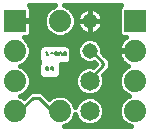
<source format=gbl>
G75*
%MOIN*%
%OFA0B0*%
%FSLAX25Y25*%
%IPPOS*%
%LPD*%
%AMOC8*
5,1,8,0,0,1.08239X$1,22.5*
%
%ADD10C,0.00500*%
%ADD11C,0.06500*%
%ADD12C,0.05150*%
%ADD13R,0.07400X0.07400*%
%ADD14C,0.07400*%
%ADD15C,0.01600*%
%ADD16C,0.01000*%
D10*
X0022289Y0025633D02*
X0022473Y0025450D01*
X0023023Y0025450D01*
X0023023Y0026551D01*
X0022473Y0026551D01*
X0022289Y0026367D01*
X0022289Y0025633D01*
X0023763Y0026000D02*
X0023763Y0026367D01*
X0023946Y0026551D01*
X0024497Y0026551D01*
X0024497Y0025450D01*
X0024497Y0025817D02*
X0023946Y0025817D01*
X0023763Y0026000D01*
X0022840Y0030450D02*
X0022656Y0030450D01*
X0022473Y0030633D01*
X0022473Y0031551D01*
X0022656Y0031551D02*
X0022289Y0031551D01*
X0023023Y0030633D02*
X0022840Y0030450D01*
X0023763Y0031000D02*
X0024497Y0031000D01*
X0025236Y0030817D02*
X0025236Y0030633D01*
X0025419Y0030450D01*
X0025786Y0030450D01*
X0025970Y0030633D01*
X0025786Y0031000D02*
X0025419Y0031000D01*
X0025236Y0030817D01*
X0025236Y0031367D02*
X0025419Y0031551D01*
X0025786Y0031551D01*
X0025970Y0031367D01*
X0025970Y0031184D01*
X0025786Y0031000D01*
X0026709Y0031000D02*
X0027443Y0031000D01*
X0027443Y0031184D02*
X0027076Y0031551D01*
X0026709Y0031184D01*
X0026709Y0030450D01*
X0027443Y0030450D02*
X0027443Y0031184D01*
X0028182Y0031367D02*
X0028182Y0031000D01*
X0028366Y0030817D01*
X0028916Y0030817D01*
X0028549Y0030817D02*
X0028182Y0030450D01*
X0028916Y0030450D02*
X0028916Y0031551D01*
X0028366Y0031551D01*
X0028182Y0031367D01*
D11*
X0036800Y0021800D03*
X0036800Y0011800D03*
D12*
X0036800Y0031800D03*
X0036800Y0041800D03*
D13*
X0051800Y0041800D03*
X0011800Y0041800D03*
D14*
X0011800Y0011800D03*
X0011800Y0021800D03*
X0011800Y0031800D03*
X0026800Y0041800D03*
X0051800Y0031800D03*
X0051800Y0021800D03*
X0051800Y0011800D03*
X0026800Y0011800D03*
D15*
X0032044Y0012991D02*
X0031293Y0014802D01*
X0029802Y0016293D01*
X0027854Y0017100D01*
X0025746Y0017100D01*
X0023798Y0016293D01*
X0023237Y0015733D01*
X0020670Y0018300D01*
X0017130Y0018300D01*
X0015900Y0017070D01*
X0015900Y0017070D01*
X0014963Y0016133D01*
X0014802Y0016293D01*
X0013578Y0016800D01*
X0014802Y0017307D01*
X0016293Y0018798D01*
X0017100Y0020746D01*
X0017100Y0022854D01*
X0016293Y0024802D01*
X0014802Y0026293D01*
X0013578Y0026800D01*
X0014802Y0027307D01*
X0016293Y0028798D01*
X0017100Y0030746D01*
X0017100Y0032854D01*
X0016293Y0034802D01*
X0014802Y0036293D01*
X0014786Y0036300D01*
X0015737Y0036300D01*
X0016195Y0036423D01*
X0016605Y0036660D01*
X0016940Y0036995D01*
X0017177Y0037405D01*
X0017300Y0037863D01*
X0017300Y0041600D01*
X0012000Y0041600D01*
X0012000Y0042000D01*
X0017300Y0042000D01*
X0017300Y0045737D01*
X0017177Y0046195D01*
X0016940Y0046605D01*
X0016605Y0046940D01*
X0016570Y0046961D01*
X0025409Y0046961D01*
X0023798Y0046293D01*
X0022307Y0044802D01*
X0021500Y0042854D01*
X0021500Y0040746D01*
X0022307Y0038798D01*
X0023798Y0037307D01*
X0025746Y0036500D01*
X0027854Y0036500D01*
X0029802Y0037307D01*
X0031293Y0038798D01*
X0032100Y0040746D01*
X0032100Y0042854D01*
X0031293Y0044802D01*
X0029802Y0046293D01*
X0028191Y0046961D01*
X0047298Y0046961D01*
X0046500Y0046163D01*
X0046500Y0037437D01*
X0047437Y0036500D01*
X0048912Y0036500D01*
X0048217Y0035995D01*
X0047605Y0035383D01*
X0047096Y0034683D01*
X0046703Y0033911D01*
X0046435Y0033088D01*
X0046300Y0032233D01*
X0046300Y0032000D01*
X0051600Y0032000D01*
X0051600Y0031600D01*
X0046300Y0031600D01*
X0046300Y0031367D01*
X0046435Y0030512D01*
X0046703Y0029689D01*
X0047096Y0028917D01*
X0047605Y0028217D01*
X0048217Y0027605D01*
X0048917Y0027096D01*
X0049689Y0026703D01*
X0049744Y0026685D01*
X0048798Y0026293D01*
X0047307Y0024802D01*
X0046500Y0022854D01*
X0046500Y0020746D01*
X0047307Y0018798D01*
X0048798Y0017307D01*
X0050022Y0016800D01*
X0048798Y0016293D01*
X0047307Y0014802D01*
X0046500Y0012854D01*
X0046500Y0010746D01*
X0047307Y0008798D01*
X0048798Y0007307D01*
X0050504Y0006600D01*
X0028096Y0006600D01*
X0029802Y0007307D01*
X0031293Y0008798D01*
X0032044Y0010609D01*
X0032688Y0009053D01*
X0034053Y0007688D01*
X0035835Y0006950D01*
X0037765Y0006950D01*
X0039547Y0007688D01*
X0040912Y0009053D01*
X0041650Y0010835D01*
X0041650Y0012765D01*
X0040912Y0014547D01*
X0039547Y0015912D01*
X0037765Y0016650D01*
X0035835Y0016650D01*
X0034053Y0015912D01*
X0032688Y0014547D01*
X0032044Y0012991D01*
X0031382Y0014588D02*
X0032729Y0014588D01*
X0034717Y0016187D02*
X0029909Y0016187D01*
X0032688Y0019053D02*
X0034053Y0017688D01*
X0035835Y0016950D01*
X0037765Y0016950D01*
X0039547Y0017688D01*
X0040912Y0019053D01*
X0041650Y0020835D01*
X0041650Y0022765D01*
X0041206Y0023836D01*
X0042270Y0024900D01*
X0043500Y0026130D01*
X0043500Y0028770D01*
X0040975Y0031295D01*
X0040975Y0032630D01*
X0040339Y0034165D01*
X0039165Y0035339D01*
X0037630Y0035975D01*
X0035970Y0035975D01*
X0034435Y0035339D01*
X0033261Y0034165D01*
X0032625Y0032630D01*
X0032625Y0030970D01*
X0033261Y0029435D01*
X0034435Y0028261D01*
X0035970Y0027625D01*
X0037630Y0027625D01*
X0038390Y0027940D01*
X0038880Y0027450D01*
X0037988Y0026558D01*
X0037765Y0026650D01*
X0035835Y0026650D01*
X0034053Y0025912D01*
X0032688Y0024547D01*
X0031950Y0022765D01*
X0031950Y0020835D01*
X0032688Y0019053D01*
X0032551Y0019384D02*
X0016536Y0019384D01*
X0016615Y0017785D02*
X0015280Y0017785D01*
X0015017Y0016187D02*
X0014909Y0016187D01*
X0017100Y0020982D02*
X0031950Y0020982D01*
X0031950Y0022581D02*
X0026224Y0022581D01*
X0026275Y0022602D02*
X0026457Y0022707D01*
X0026624Y0022834D01*
X0026772Y0022983D01*
X0026899Y0023149D01*
X0027004Y0023331D01*
X0027085Y0023525D01*
X0027139Y0023727D01*
X0027166Y0023935D01*
X0027166Y0027438D01*
X0027166Y0027440D01*
X0029150Y0027440D01*
X0029358Y0027467D01*
X0029561Y0027522D01*
X0029754Y0027602D01*
X0029936Y0027707D01*
X0030102Y0027834D01*
X0030251Y0027983D01*
X0030378Y0028149D01*
X0030483Y0028331D01*
X0030564Y0028525D01*
X0030618Y0028727D01*
X0030645Y0028935D01*
X0030645Y0032438D01*
X0030618Y0032646D01*
X0030564Y0032849D01*
X0030483Y0033042D01*
X0030378Y0033224D01*
X0030251Y0033391D01*
X0030102Y0033539D01*
X0029936Y0033667D01*
X0029754Y0033771D01*
X0029561Y0033852D01*
X0029358Y0033906D01*
X0029150Y0033933D01*
X0021162Y0033933D01*
X0020954Y0033906D01*
X0020751Y0033852D01*
X0020557Y0033771D01*
X0020376Y0033667D01*
X0020209Y0033539D01*
X0020061Y0033391D01*
X0019933Y0033224D01*
X0019829Y0033042D01*
X0019748Y0032849D01*
X0019694Y0032646D01*
X0019667Y0032438D01*
X0019667Y0028935D01*
X0019694Y0028727D01*
X0019748Y0028525D01*
X0019829Y0028331D01*
X0019912Y0028187D01*
X0019829Y0028042D01*
X0019748Y0027849D01*
X0019694Y0027646D01*
X0019667Y0027438D01*
X0019667Y0023935D01*
X0019694Y0023727D01*
X0019748Y0023525D01*
X0019829Y0023331D01*
X0019933Y0023149D01*
X0020061Y0022983D01*
X0020209Y0022834D01*
X0020376Y0022707D01*
X0020557Y0022602D01*
X0020751Y0022522D01*
X0020954Y0022467D01*
X0021162Y0022440D01*
X0025671Y0022440D01*
X0025879Y0022467D01*
X0026082Y0022522D01*
X0026275Y0022602D01*
X0027166Y0024179D02*
X0032536Y0024179D01*
X0033919Y0025778D02*
X0027166Y0025778D01*
X0027166Y0027376D02*
X0038806Y0027376D01*
X0041549Y0024179D02*
X0047049Y0024179D01*
X0046500Y0022581D02*
X0041650Y0022581D01*
X0041650Y0020982D02*
X0046500Y0020982D01*
X0047064Y0019384D02*
X0041049Y0019384D01*
X0039644Y0017785D02*
X0048320Y0017785D01*
X0048691Y0016187D02*
X0038883Y0016187D01*
X0040871Y0014588D02*
X0047218Y0014588D01*
X0046556Y0012990D02*
X0041557Y0012990D01*
X0041650Y0011391D02*
X0046500Y0011391D01*
X0046895Y0009793D02*
X0041218Y0009793D01*
X0040053Y0008194D02*
X0047911Y0008194D01*
X0033547Y0008194D02*
X0030689Y0008194D01*
X0031705Y0009793D02*
X0032382Y0009793D01*
X0023691Y0016187D02*
X0022783Y0016187D01*
X0021185Y0017785D02*
X0033956Y0017785D01*
X0043148Y0025778D02*
X0048282Y0025778D01*
X0048532Y0027376D02*
X0043500Y0027376D01*
X0043295Y0028975D02*
X0047067Y0028975D01*
X0046426Y0030573D02*
X0041697Y0030573D01*
X0040975Y0032172D02*
X0046300Y0032172D01*
X0046657Y0033770D02*
X0040503Y0033770D01*
X0039094Y0035369D02*
X0047594Y0035369D01*
X0046970Y0036967D02*
X0028982Y0036967D01*
X0031061Y0038566D02*
X0033847Y0038566D01*
X0033950Y0038463D02*
X0034507Y0038058D01*
X0035121Y0037746D01*
X0035776Y0037533D01*
X0036456Y0037425D01*
X0036800Y0037425D01*
X0037144Y0037425D01*
X0037824Y0037533D01*
X0038479Y0037746D01*
X0039093Y0038058D01*
X0039650Y0038463D01*
X0040137Y0038950D01*
X0040542Y0039507D01*
X0040854Y0040121D01*
X0041067Y0040776D01*
X0041175Y0041456D01*
X0041175Y0041800D01*
X0041175Y0042144D01*
X0041067Y0042824D01*
X0040854Y0043479D01*
X0040542Y0044093D01*
X0040137Y0044650D01*
X0039650Y0045137D01*
X0039093Y0045542D01*
X0038479Y0045854D01*
X0037824Y0046067D01*
X0037144Y0046175D01*
X0036800Y0046175D01*
X0036456Y0046175D01*
X0035776Y0046067D01*
X0035121Y0045854D01*
X0034507Y0045542D01*
X0033950Y0045137D01*
X0033463Y0044650D01*
X0033058Y0044093D01*
X0032746Y0043479D01*
X0032533Y0042824D01*
X0032425Y0042144D01*
X0032425Y0041800D01*
X0036800Y0041800D01*
X0036800Y0041800D01*
X0036800Y0046175D01*
X0036800Y0041800D01*
X0041175Y0041800D01*
X0036800Y0041800D01*
X0036800Y0041800D01*
X0036800Y0041800D01*
X0036800Y0037425D01*
X0036800Y0041800D01*
X0036800Y0041800D01*
X0032425Y0041800D01*
X0032425Y0041456D01*
X0032533Y0040776D01*
X0032746Y0040121D01*
X0033058Y0039507D01*
X0033463Y0038950D01*
X0033950Y0038463D01*
X0032732Y0040164D02*
X0031859Y0040164D01*
X0032100Y0041763D02*
X0032425Y0041763D01*
X0032707Y0043361D02*
X0031890Y0043361D01*
X0031136Y0044960D02*
X0033773Y0044960D01*
X0036800Y0044960D02*
X0036800Y0044960D01*
X0036800Y0043361D02*
X0036800Y0043361D01*
X0036800Y0041763D02*
X0036800Y0041763D01*
X0036800Y0040164D02*
X0036800Y0040164D01*
X0036800Y0038566D02*
X0036800Y0038566D01*
X0039753Y0038566D02*
X0046500Y0038566D01*
X0046500Y0040164D02*
X0040868Y0040164D01*
X0041175Y0041763D02*
X0046500Y0041763D01*
X0046500Y0043361D02*
X0040893Y0043361D01*
X0039827Y0044960D02*
X0046500Y0044960D01*
X0046896Y0046558D02*
X0029162Y0046558D01*
X0024438Y0046558D02*
X0016967Y0046558D01*
X0017300Y0044960D02*
X0022464Y0044960D01*
X0021710Y0043361D02*
X0017300Y0043361D01*
X0017300Y0040164D02*
X0021741Y0040164D01*
X0021500Y0041763D02*
X0012000Y0041763D01*
X0017300Y0038566D02*
X0022539Y0038566D01*
X0024618Y0036967D02*
X0016913Y0036967D01*
X0015727Y0035369D02*
X0034506Y0035369D01*
X0033097Y0033770D02*
X0029756Y0033770D01*
X0030645Y0032172D02*
X0032625Y0032172D01*
X0032789Y0030573D02*
X0030645Y0030573D01*
X0030645Y0028975D02*
X0033721Y0028975D01*
X0020555Y0033770D02*
X0016721Y0033770D01*
X0017100Y0032172D02*
X0019667Y0032172D01*
X0019667Y0030573D02*
X0017029Y0030573D01*
X0016366Y0028975D02*
X0019667Y0028975D01*
X0019667Y0027376D02*
X0014872Y0027376D01*
X0015318Y0025778D02*
X0019667Y0025778D01*
X0019667Y0024179D02*
X0016551Y0024179D01*
X0017100Y0022581D02*
X0020609Y0022581D01*
D16*
X0019800Y0016200D02*
X0018000Y0016200D01*
X0014400Y0012600D01*
X0012600Y0012600D01*
X0011800Y0011800D01*
X0019800Y0016200D02*
X0023400Y0012600D01*
X0026100Y0012600D01*
X0026800Y0011800D01*
X0036800Y0021800D02*
X0036900Y0022500D01*
X0041400Y0027000D01*
X0041400Y0027900D01*
X0036900Y0032400D01*
X0036800Y0031800D01*
M02*

</source>
